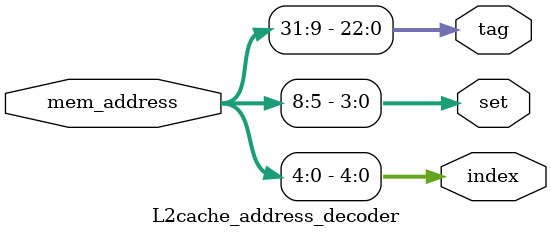
<source format=sv>
module L2cache_address_decoder
(
	input [31:0] mem_address,
	output logic [4:0] index,
	output logic [3:0] set,
	output logic [22:0] tag
);

always_comb
begin
	index = mem_address[4:0];
	set = mem_address[8:5];
	tag = mem_address[31:9];
end

endmodule : L2cache_address_decoder
</source>
